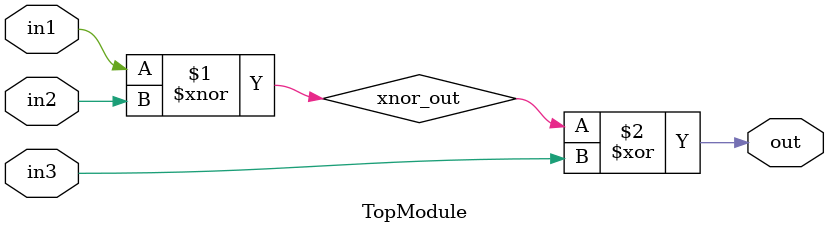
<source format=v>
module TopModule (
    input  wire in1,
    input  wire in2,
    input  wire in3,
    output wire out
);

    // Internal signal for XNOR output
    wire xnor_out;
    
    // Two-input XNOR gate (in1, in2)
    assign xnor_out = in1 ~^ in2;  // XNOR: outputs 1 when inputs are equal
    
    // Two-input XOR gate (xnor_out, in3)
    assign out = xnor_out ^ in3;

endmodule

</source>
